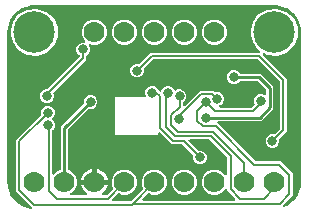
<source format=gbr>
G04 EAGLE Gerber RS-274X export*
G75*
%MOMM*%
%FSLAX34Y34*%
%LPD*%
%INBottom Copper*%
%IPPOS*%
%AMOC8*
5,1,8,0,0,1.08239X$1,22.5*%
G01*
%ADD10C,3.516000*%
%ADD11C,1.778000*%
%ADD12C,0.800100*%
%ADD13C,0.203200*%
%ADD14C,0.254000*%

G36*
X22715Y2778D02*
X22715Y2778D01*
X22788Y2783D01*
X22853Y2806D01*
X22921Y2820D01*
X22987Y2854D01*
X23056Y2879D01*
X23112Y2919D01*
X23174Y2951D01*
X23227Y3002D01*
X23287Y3045D01*
X23330Y3099D01*
X23380Y3147D01*
X23417Y3210D01*
X23463Y3268D01*
X23488Y3332D01*
X23523Y3392D01*
X23542Y3463D01*
X23569Y3532D01*
X23577Y3601D01*
X23594Y3667D01*
X23591Y3741D01*
X23599Y3814D01*
X23587Y3883D01*
X23585Y3952D01*
X23562Y4022D01*
X23549Y4094D01*
X23518Y4156D01*
X23497Y4222D01*
X23461Y4273D01*
X23423Y4349D01*
X23346Y4435D01*
X23302Y4495D01*
X22308Y5490D01*
X9905Y17892D01*
X9905Y61458D01*
X30667Y82220D01*
X30668Y82221D01*
X30670Y82222D01*
X30756Y82338D01*
X30838Y82447D01*
X30839Y82449D01*
X30840Y82450D01*
X30891Y82585D01*
X30940Y82713D01*
X30940Y82714D01*
X30940Y82716D01*
X30952Y82859D01*
X30963Y82996D01*
X30963Y82998D01*
X30963Y82999D01*
X30959Y83016D01*
X30949Y83068D01*
X30949Y85478D01*
X31829Y87602D01*
X33454Y89227D01*
X35578Y90107D01*
X37878Y90107D01*
X40002Y89227D01*
X41627Y87602D01*
X42507Y85478D01*
X42507Y83178D01*
X41627Y81054D01*
X40336Y79763D01*
X40301Y79716D01*
X40258Y79676D01*
X40216Y79603D01*
X40165Y79536D01*
X40144Y79481D01*
X40115Y79431D01*
X40094Y79349D01*
X40064Y79270D01*
X40059Y79212D01*
X40045Y79155D01*
X40047Y79071D01*
X40040Y78987D01*
X40052Y78929D01*
X40054Y78871D01*
X40080Y78791D01*
X40096Y78708D01*
X40123Y78656D01*
X40141Y78600D01*
X40181Y78544D01*
X40227Y78456D01*
X40296Y78383D01*
X40336Y78327D01*
X41729Y76934D01*
X42609Y74810D01*
X42609Y72510D01*
X41729Y70386D01*
X40938Y69595D01*
X40886Y69525D01*
X40826Y69461D01*
X40800Y69412D01*
X40767Y69368D01*
X40736Y69286D01*
X40696Y69208D01*
X40688Y69161D01*
X40666Y69102D01*
X40654Y68954D01*
X40641Y68877D01*
X40641Y32780D01*
X40645Y32751D01*
X40642Y32721D01*
X40665Y32610D01*
X40681Y32498D01*
X40693Y32471D01*
X40698Y32443D01*
X40751Y32342D01*
X40797Y32239D01*
X40816Y32216D01*
X40829Y32190D01*
X40907Y32108D01*
X40980Y32022D01*
X41005Y32005D01*
X41025Y31984D01*
X41123Y31927D01*
X41217Y31864D01*
X41245Y31855D01*
X41270Y31840D01*
X41380Y31813D01*
X41488Y31778D01*
X41518Y31778D01*
X41546Y31770D01*
X41659Y31774D01*
X41772Y31771D01*
X41801Y31778D01*
X41830Y31779D01*
X41938Y31814D01*
X42047Y31843D01*
X42073Y31858D01*
X42101Y31867D01*
X42164Y31912D01*
X42292Y31988D01*
X42335Y32034D01*
X42374Y32062D01*
X44757Y34445D01*
X47125Y35425D01*
X47126Y35426D01*
X47127Y35427D01*
X47246Y35497D01*
X47369Y35570D01*
X47370Y35571D01*
X47372Y35572D01*
X47469Y35676D01*
X47565Y35777D01*
X47565Y35778D01*
X47566Y35779D01*
X47629Y35903D01*
X47695Y36029D01*
X47695Y36031D01*
X47696Y36032D01*
X47698Y36047D01*
X47750Y36308D01*
X47747Y36339D01*
X47751Y36363D01*
X47751Y72358D01*
X66973Y91580D01*
X67026Y91650D01*
X67086Y91714D01*
X67111Y91763D01*
X67144Y91807D01*
X67175Y91889D01*
X67215Y91967D01*
X67223Y92014D01*
X67246Y92073D01*
X67258Y92221D01*
X67271Y92298D01*
X67271Y94495D01*
X68151Y96619D01*
X69776Y98244D01*
X71900Y99124D01*
X74200Y99124D01*
X76324Y98244D01*
X77949Y96619D01*
X78829Y94495D01*
X78829Y92195D01*
X77949Y90071D01*
X76324Y88446D01*
X74200Y87566D01*
X72003Y87566D01*
X71916Y87554D01*
X71829Y87551D01*
X71776Y87534D01*
X71721Y87526D01*
X71642Y87490D01*
X71558Y87463D01*
X71519Y87435D01*
X71462Y87410D01*
X71349Y87314D01*
X71285Y87268D01*
X54146Y70130D01*
X54094Y70060D01*
X54034Y69996D01*
X54008Y69946D01*
X53975Y69902D01*
X53944Y69821D01*
X53904Y69743D01*
X53896Y69695D01*
X53874Y69637D01*
X53862Y69489D01*
X53849Y69412D01*
X53849Y36363D01*
X53849Y36362D01*
X53849Y36360D01*
X53869Y36218D01*
X53889Y36082D01*
X53889Y36080D01*
X53889Y36079D01*
X53950Y35946D01*
X54005Y35822D01*
X54006Y35821D01*
X54007Y35820D01*
X54098Y35713D01*
X54188Y35605D01*
X54190Y35605D01*
X54191Y35603D01*
X54204Y35595D01*
X54425Y35448D01*
X54454Y35439D01*
X54475Y35425D01*
X56843Y34444D01*
X59844Y31443D01*
X61469Y27522D01*
X61469Y23278D01*
X59844Y19357D01*
X56843Y16356D01*
X56415Y16178D01*
X56341Y16134D01*
X56262Y16099D01*
X56219Y16062D01*
X56170Y16033D01*
X56111Y15971D01*
X56045Y15915D01*
X56014Y15868D01*
X55975Y15827D01*
X55935Y15750D01*
X55888Y15679D01*
X55871Y15625D01*
X55844Y15574D01*
X55828Y15490D01*
X55802Y15408D01*
X55800Y15351D01*
X55789Y15295D01*
X55797Y15210D01*
X55795Y15124D01*
X55809Y15069D01*
X55814Y15012D01*
X55845Y14932D01*
X55866Y14849D01*
X55895Y14800D01*
X55916Y14747D01*
X55968Y14678D01*
X56012Y14604D01*
X56053Y14565D01*
X56088Y14520D01*
X56156Y14469D01*
X56219Y14410D01*
X56270Y14384D01*
X56315Y14350D01*
X56396Y14319D01*
X56472Y14280D01*
X56521Y14272D01*
X56581Y14249D01*
X56726Y14238D01*
X56803Y14225D01*
X69010Y14225D01*
X69118Y14240D01*
X69226Y14248D01*
X69258Y14260D01*
X69291Y14265D01*
X69391Y14309D01*
X69492Y14347D01*
X69520Y14367D01*
X69551Y14381D01*
X69634Y14451D01*
X69721Y14516D01*
X69742Y14543D01*
X69768Y14564D01*
X69828Y14655D01*
X69894Y14741D01*
X69906Y14773D01*
X69925Y14801D01*
X69958Y14905D01*
X69998Y15006D01*
X70001Y15040D01*
X70011Y15072D01*
X70014Y15181D01*
X70024Y15289D01*
X70017Y15322D01*
X70018Y15356D01*
X69991Y15461D01*
X69970Y15568D01*
X69955Y15599D01*
X69946Y15631D01*
X69891Y15725D01*
X69842Y15822D01*
X69820Y15843D01*
X69801Y15876D01*
X69642Y16025D01*
X69606Y16061D01*
X68753Y16681D01*
X67481Y17953D01*
X66424Y19409D01*
X65607Y21012D01*
X65051Y22723D01*
X64948Y23369D01*
X75184Y23369D01*
X75242Y23377D01*
X75300Y23375D01*
X75382Y23397D01*
X75465Y23409D01*
X75519Y23433D01*
X75575Y23447D01*
X75648Y23490D01*
X75725Y23525D01*
X75769Y23563D01*
X75820Y23593D01*
X75877Y23654D01*
X75942Y23709D01*
X75974Y23757D01*
X76014Y23800D01*
X76053Y23875D01*
X76099Y23945D01*
X76117Y24001D01*
X76144Y24053D01*
X76155Y24121D01*
X76185Y24216D01*
X76188Y24316D01*
X76199Y24384D01*
X76199Y25401D01*
X76201Y25401D01*
X76201Y24384D01*
X76209Y24326D01*
X76208Y24268D01*
X76229Y24186D01*
X76241Y24103D01*
X76265Y24049D01*
X76279Y23993D01*
X76322Y23920D01*
X76357Y23843D01*
X76395Y23798D01*
X76425Y23748D01*
X76486Y23690D01*
X76541Y23626D01*
X76589Y23594D01*
X76632Y23554D01*
X76707Y23515D01*
X76777Y23469D01*
X76833Y23451D01*
X76885Y23424D01*
X76953Y23413D01*
X77048Y23383D01*
X77148Y23380D01*
X77216Y23369D01*
X87452Y23369D01*
X87349Y22723D01*
X86793Y21012D01*
X85976Y19409D01*
X84919Y17953D01*
X83647Y16681D01*
X82794Y16061D01*
X82715Y15985D01*
X82632Y15915D01*
X82614Y15887D01*
X82589Y15864D01*
X82535Y15769D01*
X82475Y15679D01*
X82465Y15646D01*
X82448Y15617D01*
X82422Y15512D01*
X82389Y15408D01*
X82388Y15374D01*
X82380Y15341D01*
X82385Y15232D01*
X82382Y15124D01*
X82390Y15091D01*
X82392Y15057D01*
X82426Y14954D01*
X82454Y14849D01*
X82471Y14820D01*
X82482Y14787D01*
X82543Y14697D01*
X82599Y14604D01*
X82624Y14581D01*
X82643Y14553D01*
X82727Y14484D01*
X82806Y14410D01*
X82836Y14394D01*
X82863Y14373D01*
X82962Y14330D01*
X83059Y14280D01*
X83089Y14275D01*
X83124Y14260D01*
X83341Y14233D01*
X83390Y14225D01*
X86052Y14225D01*
X86138Y14237D01*
X86226Y14240D01*
X86279Y14257D01*
X86333Y14265D01*
X86413Y14300D01*
X86496Y14327D01*
X86536Y14355D01*
X86593Y14381D01*
X86706Y14477D01*
X86770Y14522D01*
X91797Y19550D01*
X91798Y19551D01*
X91799Y19552D01*
X91884Y19665D01*
X91968Y19777D01*
X91969Y19778D01*
X91970Y19780D01*
X92017Y19905D01*
X92069Y20042D01*
X92069Y20044D01*
X92070Y20045D01*
X92082Y20189D01*
X92093Y20326D01*
X92093Y20327D01*
X92093Y20329D01*
X92089Y20344D01*
X92037Y20604D01*
X92023Y20632D01*
X92017Y20656D01*
X90931Y23278D01*
X90931Y27522D01*
X92556Y31443D01*
X95557Y34444D01*
X99478Y36069D01*
X103722Y36069D01*
X107643Y34444D01*
X110644Y31443D01*
X112269Y27522D01*
X112269Y23278D01*
X110644Y19357D01*
X107643Y16356D01*
X103722Y14731D01*
X99478Y14731D01*
X96856Y15817D01*
X96854Y15818D01*
X96853Y15818D01*
X96719Y15853D01*
X96581Y15888D01*
X96579Y15888D01*
X96578Y15889D01*
X96437Y15884D01*
X96297Y15880D01*
X96295Y15880D01*
X96293Y15880D01*
X96161Y15837D01*
X96026Y15793D01*
X96024Y15793D01*
X96023Y15792D01*
X96011Y15784D01*
X95790Y15635D01*
X95770Y15612D01*
X95750Y15597D01*
X91030Y10878D01*
X91013Y10854D01*
X90990Y10835D01*
X90927Y10741D01*
X90859Y10651D01*
X90849Y10623D01*
X90833Y10599D01*
X90798Y10491D01*
X90758Y10385D01*
X90756Y10356D01*
X90747Y10328D01*
X90744Y10214D01*
X90735Y10102D01*
X90740Y10073D01*
X90740Y10044D01*
X90768Y9934D01*
X90790Y9823D01*
X90804Y9797D01*
X90811Y9769D01*
X90869Y9671D01*
X90921Y9571D01*
X90942Y9549D01*
X90957Y9524D01*
X91039Y9447D01*
X91117Y9365D01*
X91143Y9350D01*
X91164Y9330D01*
X91265Y9278D01*
X91362Y9221D01*
X91391Y9214D01*
X91417Y9200D01*
X91494Y9187D01*
X91638Y9151D01*
X91700Y9153D01*
X91748Y9145D01*
X106372Y9145D01*
X106458Y9157D01*
X106546Y9160D01*
X106599Y9177D01*
X106653Y9185D01*
X106733Y9220D01*
X106816Y9247D01*
X106856Y9275D01*
X106913Y9301D01*
X107026Y9397D01*
X107090Y9442D01*
X107725Y10077D01*
X117197Y19550D01*
X117198Y19551D01*
X117199Y19552D01*
X117284Y19665D01*
X117368Y19777D01*
X117369Y19778D01*
X117370Y19780D01*
X117417Y19905D01*
X117469Y20042D01*
X117469Y20044D01*
X117470Y20045D01*
X117482Y20189D01*
X117493Y20326D01*
X117493Y20327D01*
X117493Y20329D01*
X117489Y20344D01*
X117437Y20604D01*
X117423Y20632D01*
X117417Y20656D01*
X116331Y23278D01*
X116331Y27522D01*
X117956Y31443D01*
X120957Y34444D01*
X124878Y36069D01*
X129122Y36069D01*
X133043Y34444D01*
X136044Y31443D01*
X137669Y27522D01*
X137669Y23278D01*
X136044Y19357D01*
X133043Y16356D01*
X129122Y14731D01*
X124878Y14731D01*
X122256Y15817D01*
X122254Y15818D01*
X122253Y15818D01*
X122119Y15853D01*
X121981Y15888D01*
X121979Y15888D01*
X121978Y15889D01*
X121837Y15884D01*
X121697Y15880D01*
X121695Y15880D01*
X121693Y15880D01*
X121561Y15837D01*
X121426Y15793D01*
X121424Y15793D01*
X121423Y15792D01*
X121411Y15784D01*
X121190Y15635D01*
X121170Y15612D01*
X121150Y15597D01*
X117065Y11513D01*
X117048Y11489D01*
X117025Y11470D01*
X116962Y11376D01*
X116894Y11286D01*
X116884Y11258D01*
X116868Y11234D01*
X116833Y11126D01*
X116793Y11020D01*
X116791Y10991D01*
X116782Y10963D01*
X116779Y10849D01*
X116770Y10737D01*
X116775Y10708D01*
X116775Y10679D01*
X116803Y10569D01*
X116825Y10458D01*
X116839Y10432D01*
X116846Y10404D01*
X116904Y10306D01*
X116956Y10206D01*
X116977Y10184D01*
X116992Y10159D01*
X117074Y10082D01*
X117152Y10000D01*
X117178Y9985D01*
X117199Y9965D01*
X117300Y9913D01*
X117397Y9856D01*
X117426Y9849D01*
X117452Y9835D01*
X117529Y9822D01*
X117673Y9786D01*
X117735Y9788D01*
X117783Y9780D01*
X194637Y9780D01*
X194666Y9784D01*
X194695Y9781D01*
X194806Y9804D01*
X194918Y9820D01*
X194945Y9832D01*
X194974Y9837D01*
X195074Y9889D01*
X195178Y9936D01*
X195200Y9955D01*
X195226Y9968D01*
X195308Y10046D01*
X195395Y10119D01*
X195411Y10144D01*
X195432Y10164D01*
X195490Y10262D01*
X195552Y10356D01*
X195561Y10384D01*
X195576Y10409D01*
X195604Y10519D01*
X195638Y10627D01*
X195639Y10657D01*
X195646Y10685D01*
X195643Y10798D01*
X195645Y10911D01*
X195638Y10940D01*
X195637Y10969D01*
X195602Y11077D01*
X195574Y11186D01*
X195559Y11212D01*
X195550Y11240D01*
X195504Y11303D01*
X195428Y11431D01*
X195383Y11474D01*
X195355Y11513D01*
X190656Y16212D01*
X188721Y18146D01*
X188721Y18784D01*
X188717Y18816D01*
X188719Y18840D01*
X188708Y18896D01*
X188705Y18967D01*
X188689Y19015D01*
X188681Y19065D01*
X188667Y19097D01*
X188663Y19119D01*
X188638Y19167D01*
X188615Y19236D01*
X188586Y19278D01*
X188565Y19324D01*
X188541Y19353D01*
X188532Y19371D01*
X188496Y19408D01*
X188454Y19471D01*
X188414Y19503D01*
X188382Y19541D01*
X188350Y19563D01*
X188336Y19577D01*
X188293Y19602D01*
X188234Y19651D01*
X188187Y19671D01*
X188145Y19699D01*
X188108Y19711D01*
X188091Y19721D01*
X188043Y19733D01*
X187973Y19763D01*
X187922Y19770D01*
X187874Y19785D01*
X187835Y19786D01*
X187815Y19791D01*
X187766Y19789D01*
X187690Y19799D01*
X187640Y19791D01*
X187590Y19792D01*
X187553Y19782D01*
X187531Y19782D01*
X187483Y19766D01*
X187410Y19755D01*
X187364Y19733D01*
X187315Y19720D01*
X187283Y19701D01*
X187261Y19694D01*
X187223Y19668D01*
X187152Y19634D01*
X187114Y19601D01*
X187070Y19575D01*
X187023Y19525D01*
X186987Y19499D01*
X183843Y16356D01*
X179922Y14731D01*
X175678Y14731D01*
X171757Y16356D01*
X168756Y19357D01*
X167131Y23278D01*
X167131Y27522D01*
X168756Y31443D01*
X171757Y34444D01*
X175678Y36069D01*
X179922Y36069D01*
X183843Y34444D01*
X186987Y31301D01*
X187008Y31285D01*
X187031Y31259D01*
X187073Y31230D01*
X187109Y31195D01*
X187171Y31162D01*
X187215Y31130D01*
X187237Y31121D01*
X187267Y31101D01*
X187316Y31086D01*
X187360Y31062D01*
X187432Y31047D01*
X187480Y31028D01*
X187502Y31027D01*
X187538Y31015D01*
X187589Y31014D01*
X187639Y31003D01*
X187714Y31009D01*
X187763Y31005D01*
X187783Y31009D01*
X187822Y31008D01*
X187871Y31021D01*
X187922Y31024D01*
X187994Y31051D01*
X188042Y31061D01*
X188060Y31070D01*
X188097Y31080D01*
X188141Y31106D01*
X188189Y31123D01*
X188251Y31169D01*
X188295Y31192D01*
X188309Y31205D01*
X188342Y31225D01*
X188376Y31262D01*
X188417Y31292D01*
X188464Y31352D01*
X188501Y31388D01*
X188511Y31405D01*
X188536Y31432D01*
X188559Y31477D01*
X188590Y31518D01*
X188617Y31587D01*
X188644Y31633D01*
X188650Y31654D01*
X188666Y31685D01*
X188673Y31729D01*
X188694Y31782D01*
X188700Y31853D01*
X188714Y31908D01*
X188713Y31965D01*
X188721Y32016D01*
X188721Y45993D01*
X188709Y46079D01*
X188706Y46167D01*
X188689Y46219D01*
X188681Y46274D01*
X188646Y46354D01*
X188619Y46437D01*
X188591Y46476D01*
X188565Y46534D01*
X188469Y46647D01*
X188424Y46711D01*
X173901Y61233D01*
X173831Y61286D01*
X173767Y61346D01*
X173718Y61371D01*
X173674Y61404D01*
X173592Y61435D01*
X173514Y61475D01*
X173467Y61483D01*
X173408Y61506D01*
X173260Y61518D01*
X173183Y61531D01*
X156880Y61531D01*
X156851Y61527D01*
X156822Y61529D01*
X156711Y61507D01*
X156599Y61491D01*
X156572Y61479D01*
X156543Y61473D01*
X156443Y61421D01*
X156339Y61375D01*
X156317Y61356D01*
X156291Y61342D01*
X156209Y61264D01*
X156122Y61191D01*
X156106Y61167D01*
X156085Y61146D01*
X156027Y61049D01*
X155965Y60954D01*
X155956Y60926D01*
X155941Y60901D01*
X155913Y60792D01*
X155879Y60683D01*
X155878Y60654D01*
X155871Y60626D01*
X155874Y60513D01*
X155872Y60399D01*
X155879Y60371D01*
X155880Y60341D01*
X155915Y60234D01*
X155943Y60124D01*
X155958Y60099D01*
X155967Y60071D01*
X156013Y60007D01*
X156089Y59880D01*
X156134Y59837D01*
X156162Y59798D01*
X163544Y52416D01*
X163546Y52414D01*
X163547Y52413D01*
X163659Y52329D01*
X163772Y52245D01*
X163773Y52244D01*
X163775Y52243D01*
X163909Y52192D01*
X164037Y52143D01*
X164039Y52143D01*
X164041Y52143D01*
X164183Y52131D01*
X164321Y52120D01*
X164322Y52120D01*
X164324Y52120D01*
X164340Y52124D01*
X164392Y52134D01*
X166802Y52134D01*
X168926Y51254D01*
X170552Y49629D01*
X171432Y47505D01*
X171432Y45205D01*
X170552Y43081D01*
X168926Y41456D01*
X166802Y40576D01*
X164503Y40576D01*
X162379Y41456D01*
X160753Y43081D01*
X159873Y45205D01*
X159873Y47594D01*
X159883Y47632D01*
X159883Y47634D01*
X159883Y47635D01*
X159879Y47773D01*
X159875Y47916D01*
X159874Y47918D01*
X159874Y47919D01*
X159833Y48048D01*
X159788Y48187D01*
X159787Y48188D01*
X159787Y48190D01*
X159778Y48203D01*
X159630Y48423D01*
X159606Y48443D01*
X159592Y48463D01*
X150822Y57233D01*
X150752Y57285D01*
X150689Y57345D01*
X150639Y57371D01*
X150595Y57404D01*
X150513Y57435D01*
X150435Y57475D01*
X150388Y57483D01*
X150329Y57505D01*
X150182Y57517D01*
X150104Y57530D01*
X141717Y57530D01*
X131909Y67339D01*
X131885Y67356D01*
X131866Y67379D01*
X131772Y67442D01*
X131682Y67510D01*
X131654Y67520D01*
X131630Y67536D01*
X131522Y67571D01*
X131416Y67611D01*
X131387Y67613D01*
X131359Y67622D01*
X131245Y67625D01*
X131133Y67634D01*
X131104Y67629D01*
X131075Y67629D01*
X130965Y67601D01*
X130854Y67579D01*
X130828Y67565D01*
X130800Y67558D01*
X130702Y67500D01*
X130602Y67448D01*
X130580Y67427D01*
X130555Y67412D01*
X130478Y67330D01*
X130396Y67252D01*
X130381Y67226D01*
X130361Y67205D01*
X130309Y67104D01*
X130252Y67007D01*
X130245Y66978D01*
X130231Y66952D01*
X130218Y66875D01*
X130182Y66731D01*
X130184Y66669D01*
X130176Y66621D01*
X130176Y65405D01*
X130175Y65404D01*
X93345Y65404D01*
X93344Y65405D01*
X93344Y97155D01*
X93345Y97156D01*
X119127Y97156D01*
X119240Y97172D01*
X119355Y97182D01*
X119381Y97192D01*
X119408Y97196D01*
X119513Y97243D01*
X119620Y97284D01*
X119642Y97300D01*
X119667Y97312D01*
X119755Y97386D01*
X119847Y97455D01*
X119863Y97478D01*
X119884Y97495D01*
X119948Y97591D01*
X120017Y97683D01*
X120027Y97709D01*
X120042Y97732D01*
X120077Y97842D01*
X120117Y97949D01*
X120119Y97977D01*
X120128Y98003D01*
X120131Y98118D01*
X120140Y98232D01*
X120134Y98257D01*
X120135Y98287D01*
X120068Y98544D01*
X120064Y98560D01*
X119421Y100113D01*
X119421Y102412D01*
X120301Y104536D01*
X121927Y106162D01*
X124051Y107042D01*
X126350Y107042D01*
X128474Y106162D01*
X130100Y104536D01*
X130762Y102938D01*
X130777Y102911D01*
X130787Y102882D01*
X130833Y102818D01*
X130906Y102693D01*
X130953Y102649D01*
X130982Y102608D01*
X131332Y102258D01*
X131424Y102189D01*
X131512Y102115D01*
X131537Y102104D01*
X131559Y102087D01*
X131666Y102046D01*
X131771Y102000D01*
X131799Y101996D01*
X131825Y101986D01*
X131939Y101977D01*
X132053Y101961D01*
X132081Y101965D01*
X132108Y101962D01*
X132221Y101985D01*
X132334Y102001D01*
X132360Y102013D01*
X132387Y102018D01*
X132489Y102071D01*
X132593Y102119D01*
X132615Y102137D01*
X132639Y102149D01*
X132722Y102228D01*
X132810Y102303D01*
X132823Y102324D01*
X132845Y102345D01*
X132980Y102574D01*
X132988Y102588D01*
X133721Y104357D01*
X135346Y105982D01*
X137470Y106862D01*
X139770Y106862D01*
X141894Y105982D01*
X143519Y104357D01*
X143836Y103591D01*
X143866Y103541D01*
X143887Y103486D01*
X143938Y103419D01*
X143981Y103347D01*
X144023Y103306D01*
X144059Y103260D01*
X144126Y103209D01*
X144188Y103151D01*
X144240Y103125D01*
X144286Y103090D01*
X144365Y103060D01*
X144440Y103021D01*
X144498Y103010D01*
X144552Y102989D01*
X144637Y102982D01*
X144719Y102966D01*
X144777Y102971D01*
X144836Y102966D01*
X144903Y102982D01*
X145002Y102991D01*
X145095Y103026D01*
X145163Y103042D01*
X147181Y103878D01*
X149480Y103878D01*
X151604Y102998D01*
X153230Y101372D01*
X154109Y99248D01*
X154109Y96949D01*
X153230Y94825D01*
X151541Y93136D01*
X151507Y93116D01*
X151506Y93115D01*
X151504Y93114D01*
X151406Y93009D01*
X151312Y92909D01*
X151311Y92908D01*
X151310Y92907D01*
X151245Y92780D01*
X151182Y92656D01*
X151181Y92655D01*
X151180Y92653D01*
X151178Y92639D01*
X151126Y92378D01*
X151129Y92347D01*
X151125Y92322D01*
X151125Y90853D01*
X151129Y90824D01*
X151127Y90795D01*
X151149Y90684D01*
X151165Y90572D01*
X151177Y90545D01*
X151183Y90516D01*
X151235Y90416D01*
X151281Y90312D01*
X151300Y90290D01*
X151314Y90264D01*
X151391Y90182D01*
X151465Y90095D01*
X151489Y90079D01*
X151509Y90058D01*
X151607Y90001D01*
X151701Y89938D01*
X151729Y89929D01*
X151755Y89914D01*
X151864Y89886D01*
X151972Y89852D01*
X152002Y89851D01*
X152030Y89844D01*
X152143Y89848D01*
X152257Y89845D01*
X152285Y89852D01*
X152314Y89853D01*
X152422Y89888D01*
X152532Y89917D01*
X152557Y89932D01*
X152585Y89941D01*
X152649Y89986D01*
X152776Y90062D01*
X152819Y90107D01*
X152858Y90135D01*
X165657Y102934D01*
X177243Y102934D01*
X178232Y101946D01*
X178233Y101945D01*
X178234Y101943D01*
X178350Y101857D01*
X178459Y101775D01*
X178461Y101774D01*
X178462Y101773D01*
X178597Y101722D01*
X178725Y101673D01*
X178726Y101673D01*
X178728Y101673D01*
X178871Y101661D01*
X179008Y101650D01*
X179010Y101650D01*
X179011Y101650D01*
X179028Y101654D01*
X179080Y101664D01*
X181490Y101664D01*
X183614Y100784D01*
X185239Y99159D01*
X186119Y97035D01*
X186119Y94735D01*
X185239Y92611D01*
X183614Y90986D01*
X182376Y90473D01*
X182302Y90429D01*
X182224Y90394D01*
X182180Y90357D01*
X182131Y90328D01*
X182072Y90266D01*
X182007Y90210D01*
X181975Y90163D01*
X181936Y90122D01*
X181897Y90045D01*
X181849Y89974D01*
X181832Y89920D01*
X181806Y89869D01*
X181789Y89785D01*
X181763Y89703D01*
X181762Y89646D01*
X181751Y89590D01*
X181758Y89505D01*
X181756Y89419D01*
X181770Y89364D01*
X181775Y89307D01*
X181806Y89227D01*
X181828Y89144D01*
X181857Y89095D01*
X181877Y89042D01*
X181929Y88973D01*
X181973Y88899D01*
X182014Y88860D01*
X182049Y88815D01*
X182118Y88763D01*
X182180Y88705D01*
X182231Y88679D01*
X182277Y88645D01*
X182357Y88614D01*
X182433Y88575D01*
X182482Y88567D01*
X182542Y88544D01*
X182687Y88533D01*
X182764Y88520D01*
X209242Y88520D01*
X209328Y88532D01*
X209416Y88535D01*
X209469Y88552D01*
X209523Y88560D01*
X209603Y88595D01*
X209686Y88622D01*
X209726Y88650D01*
X209783Y88676D01*
X209896Y88772D01*
X209960Y88817D01*
X211667Y90525D01*
X211668Y90526D01*
X211670Y90527D01*
X211758Y90645D01*
X211838Y90752D01*
X211839Y90753D01*
X211840Y90755D01*
X211890Y90888D01*
X211940Y91018D01*
X211940Y91019D01*
X211940Y91021D01*
X211951Y91160D01*
X211963Y91301D01*
X211963Y91303D01*
X211963Y91304D01*
X211960Y91318D01*
X211907Y91580D01*
X211893Y91607D01*
X211888Y91631D01*
X211391Y92830D01*
X211391Y95130D01*
X212271Y97254D01*
X213896Y98879D01*
X216020Y99759D01*
X218320Y99759D01*
X220337Y98923D01*
X220449Y98895D01*
X220558Y98860D01*
X220586Y98859D01*
X220613Y98852D01*
X220727Y98856D01*
X220842Y98853D01*
X220869Y98860D01*
X220897Y98861D01*
X221006Y98896D01*
X221117Y98925D01*
X221141Y98939D01*
X221168Y98947D01*
X221263Y99011D01*
X221362Y99070D01*
X221381Y99090D01*
X221404Y99106D01*
X221478Y99193D01*
X221556Y99277D01*
X221569Y99302D01*
X221587Y99323D01*
X221633Y99428D01*
X221686Y99530D01*
X221690Y99555D01*
X221702Y99583D01*
X221739Y99847D01*
X221741Y99861D01*
X221741Y103727D01*
X221729Y103813D01*
X221726Y103901D01*
X221709Y103953D01*
X221701Y104008D01*
X221666Y104088D01*
X221639Y104171D01*
X221611Y104210D01*
X221585Y104268D01*
X221489Y104381D01*
X221444Y104445D01*
X214935Y110954D01*
X214865Y111006D01*
X214801Y111066D01*
X214751Y111092D01*
X214707Y111125D01*
X214626Y111156D01*
X214548Y111196D01*
X214500Y111204D01*
X214442Y111226D01*
X214294Y111238D01*
X214217Y111251D01*
X199855Y111251D01*
X199768Y111239D01*
X199681Y111236D01*
X199628Y111219D01*
X199573Y111211D01*
X199494Y111176D01*
X199410Y111149D01*
X199371Y111121D01*
X199314Y111095D01*
X199201Y110999D01*
X199137Y110954D01*
X197584Y109401D01*
X195460Y108521D01*
X193160Y108521D01*
X191036Y109401D01*
X189411Y111026D01*
X188531Y113150D01*
X188531Y115450D01*
X189411Y117574D01*
X191036Y119199D01*
X193160Y120079D01*
X195460Y120079D01*
X197584Y119199D01*
X199137Y117646D01*
X199207Y117594D01*
X199271Y117534D01*
X199320Y117508D01*
X199364Y117475D01*
X199446Y117444D01*
X199524Y117404D01*
X199571Y117396D01*
X199630Y117374D01*
X199778Y117362D01*
X199855Y117349D01*
X217163Y117349D01*
X227839Y106673D01*
X227839Y87445D01*
X217355Y76961D01*
X181210Y76961D01*
X181181Y76957D01*
X181152Y76960D01*
X181041Y76937D01*
X180929Y76921D01*
X180902Y76909D01*
X180873Y76904D01*
X180773Y76852D01*
X180669Y76805D01*
X180647Y76786D01*
X180621Y76773D01*
X180539Y76695D01*
X180452Y76622D01*
X180436Y76597D01*
X180415Y76577D01*
X180358Y76479D01*
X180295Y76385D01*
X180286Y76357D01*
X180271Y76332D01*
X180243Y76222D01*
X180209Y76114D01*
X180208Y76084D01*
X180201Y76056D01*
X180205Y75943D01*
X180202Y75830D01*
X180209Y75801D01*
X180210Y75772D01*
X180245Y75664D01*
X180274Y75555D01*
X180289Y75529D01*
X180298Y75501D01*
X180343Y75438D01*
X180419Y75310D01*
X180464Y75267D01*
X180492Y75228D01*
X212433Y43288D01*
X212503Y43235D01*
X212567Y43175D01*
X212616Y43150D01*
X212660Y43117D01*
X212742Y43086D01*
X212820Y43046D01*
X212867Y43038D01*
X212926Y43015D01*
X213073Y43003D01*
X213151Y42990D01*
X234012Y42990D01*
X244095Y32908D01*
X244095Y14082D01*
X242160Y12148D01*
X236137Y6125D01*
X236123Y6111D01*
X236095Y6073D01*
X236060Y6042D01*
X236036Y6004D01*
X236025Y5991D01*
X236007Y5957D01*
X235952Y5884D01*
X235935Y5840D01*
X235911Y5800D01*
X235885Y5708D01*
X235850Y5618D01*
X235846Y5572D01*
X235834Y5526D01*
X235835Y5430D01*
X235826Y5335D01*
X235836Y5289D01*
X235836Y5242D01*
X235863Y5150D01*
X235882Y5056D01*
X235904Y5015D01*
X235917Y4970D01*
X235969Y4889D01*
X236013Y4804D01*
X236045Y4770D01*
X236070Y4730D01*
X236142Y4667D01*
X236208Y4597D01*
X236249Y4574D01*
X236284Y4543D01*
X236371Y4502D01*
X236454Y4453D01*
X236499Y4442D01*
X236541Y4422D01*
X236636Y4407D01*
X236729Y4383D01*
X236776Y4384D01*
X236822Y4377D01*
X236896Y4388D01*
X237013Y4392D01*
X237093Y4417D01*
X237154Y4426D01*
X238831Y4971D01*
X239086Y5096D01*
X239100Y5109D01*
X239114Y5115D01*
X244643Y9133D01*
X244847Y9330D01*
X244856Y9346D01*
X244867Y9357D01*
X248885Y14886D01*
X249018Y15137D01*
X249022Y15156D01*
X249029Y15169D01*
X251141Y21669D01*
X251169Y21829D01*
X251187Y21903D01*
X251456Y25320D01*
X251453Y25365D01*
X251459Y25400D01*
X251459Y152400D01*
X251453Y152444D01*
X251456Y152480D01*
X251187Y155897D01*
X251152Y156055D01*
X251141Y156131D01*
X249029Y162631D01*
X248904Y162886D01*
X248891Y162900D01*
X248885Y162914D01*
X244867Y168443D01*
X244670Y168647D01*
X244654Y168656D01*
X244643Y168667D01*
X239114Y172685D01*
X238863Y172818D01*
X238844Y172822D01*
X238831Y172829D01*
X232331Y174941D01*
X232171Y174969D01*
X232097Y174987D01*
X228680Y175256D01*
X228635Y175253D01*
X228600Y175259D01*
X25400Y175259D01*
X25356Y175253D01*
X25320Y175256D01*
X21903Y174987D01*
X21745Y174952D01*
X21669Y174941D01*
X15169Y172829D01*
X14914Y172704D01*
X14900Y172691D01*
X14886Y172685D01*
X9357Y168667D01*
X9153Y168470D01*
X9144Y168454D01*
X9133Y168443D01*
X5115Y162914D01*
X4982Y162663D01*
X4978Y162644D01*
X4971Y162631D01*
X2859Y156131D01*
X2831Y155971D01*
X2813Y155897D01*
X2544Y152480D01*
X2547Y152435D01*
X2541Y152400D01*
X2541Y25400D01*
X2547Y25356D01*
X2544Y25320D01*
X2813Y21903D01*
X2848Y21745D01*
X2859Y21669D01*
X4971Y15169D01*
X5096Y14914D01*
X5109Y14900D01*
X5115Y14886D01*
X9133Y9357D01*
X9330Y9153D01*
X9346Y9144D01*
X9357Y9133D01*
X14886Y5115D01*
X15137Y4982D01*
X15156Y4978D01*
X15169Y4971D01*
X21669Y2859D01*
X21829Y2831D01*
X21903Y2813D01*
X22505Y2765D01*
X22574Y2770D01*
X22643Y2764D01*
X22715Y2778D01*
G37*
%LPC*%
G36*
X225818Y54546D02*
X225818Y54546D01*
X223694Y55426D01*
X222069Y57051D01*
X221189Y59175D01*
X221189Y61475D01*
X222069Y63599D01*
X223694Y65224D01*
X225818Y66104D01*
X228207Y66104D01*
X228245Y66095D01*
X228247Y66095D01*
X228248Y66094D01*
X228386Y66099D01*
X228529Y66103D01*
X228531Y66103D01*
X228532Y66103D01*
X228661Y66145D01*
X228800Y66189D01*
X228801Y66190D01*
X228803Y66191D01*
X228816Y66200D01*
X229036Y66347D01*
X229056Y66371D01*
X229076Y66386D01*
X233128Y70437D01*
X233180Y70507D01*
X233240Y70571D01*
X233266Y70620D01*
X233299Y70664D01*
X233330Y70746D01*
X233370Y70824D01*
X233378Y70872D01*
X233400Y70930D01*
X233412Y71078D01*
X233425Y71155D01*
X233425Y110182D01*
X233413Y110268D01*
X233410Y110356D01*
X233393Y110409D01*
X233385Y110463D01*
X233350Y110543D01*
X233323Y110626D01*
X233295Y110666D01*
X233269Y110723D01*
X233173Y110836D01*
X233128Y110900D01*
X215040Y128988D01*
X214970Y129040D01*
X214906Y129100D01*
X214857Y129126D01*
X214813Y129159D01*
X214731Y129190D01*
X214653Y129230D01*
X214605Y129238D01*
X214547Y129260D01*
X214399Y129272D01*
X214322Y129285D01*
X126229Y129285D01*
X126143Y129273D01*
X126055Y129270D01*
X126002Y129253D01*
X125948Y129245D01*
X125868Y129210D01*
X125785Y129183D01*
X125745Y129155D01*
X125688Y129129D01*
X125575Y129033D01*
X125511Y128988D01*
X118519Y121996D01*
X118518Y121994D01*
X118517Y121993D01*
X118432Y121881D01*
X118348Y121768D01*
X118348Y121767D01*
X118346Y121765D01*
X118294Y121628D01*
X118247Y121503D01*
X118247Y121501D01*
X118246Y121499D01*
X118235Y121357D01*
X118223Y121219D01*
X118224Y121218D01*
X118224Y121216D01*
X118227Y121200D01*
X118238Y121148D01*
X118238Y118738D01*
X117358Y116614D01*
X115732Y114988D01*
X113608Y114108D01*
X111309Y114108D01*
X109185Y114988D01*
X107559Y116614D01*
X106679Y118738D01*
X106679Y121037D01*
X107559Y123161D01*
X109185Y124787D01*
X111309Y125667D01*
X113698Y125667D01*
X113735Y125657D01*
X113737Y125657D01*
X113739Y125657D01*
X113877Y125661D01*
X114019Y125665D01*
X114021Y125666D01*
X114023Y125666D01*
X114152Y125707D01*
X114290Y125752D01*
X114292Y125753D01*
X114293Y125753D01*
X114306Y125762D01*
X114526Y125910D01*
X114546Y125933D01*
X114567Y125948D01*
X121559Y132940D01*
X123493Y134875D01*
X215770Y134875D01*
X215789Y134877D01*
X215809Y134875D01*
X215929Y134897D01*
X216051Y134915D01*
X216069Y134923D01*
X216088Y134926D01*
X216199Y134981D01*
X216311Y135031D01*
X216326Y135043D01*
X216343Y135052D01*
X216434Y135135D01*
X216528Y135214D01*
X216539Y135231D01*
X216553Y135244D01*
X216617Y135349D01*
X216685Y135451D01*
X216691Y135470D01*
X216701Y135486D01*
X216734Y135605D01*
X216771Y135722D01*
X216772Y135742D01*
X216777Y135761D01*
X216775Y135883D01*
X216778Y136006D01*
X216773Y136025D01*
X216773Y136045D01*
X216737Y136163D01*
X216707Y136281D01*
X216697Y136298D01*
X216691Y136317D01*
X216624Y136421D01*
X216561Y136526D01*
X216547Y136539D01*
X216536Y136556D01*
X216479Y136603D01*
X216354Y136720D01*
X216308Y136744D01*
X216277Y136769D01*
X215125Y137435D01*
X212347Y141257D01*
X212282Y141325D01*
X212244Y141379D01*
X212183Y141440D01*
X212111Y141561D01*
X212077Y141629D01*
X210203Y144209D01*
X209341Y148264D01*
X209303Y148369D01*
X209286Y148441D01*
X209241Y148549D01*
X209241Y148627D01*
X209222Y148760D01*
X209219Y148838D01*
X208462Y152400D01*
X209219Y155962D01*
X209228Y156096D01*
X209241Y156173D01*
X209241Y156251D01*
X209286Y156359D01*
X209314Y156468D01*
X209341Y156536D01*
X210203Y160591D01*
X212077Y163171D01*
X212153Y163314D01*
X212181Y163359D01*
X212244Y163421D01*
X212300Y163495D01*
X212319Y163512D01*
X212324Y163520D01*
X212347Y163543D01*
X215125Y167365D01*
X217525Y168751D01*
X217575Y168790D01*
X217623Y168818D01*
X217676Y168838D01*
X222377Y171552D01*
X230705Y172428D01*
X238669Y169840D01*
X244892Y164237D01*
X248298Y156587D01*
X248298Y148213D01*
X244892Y140563D01*
X238669Y134960D01*
X230705Y132372D01*
X222377Y133248D01*
X220319Y134436D01*
X220310Y134439D01*
X220303Y134445D01*
X220179Y134492D01*
X220056Y134542D01*
X220046Y134543D01*
X220037Y134546D01*
X219905Y134557D01*
X219773Y134571D01*
X219763Y134569D01*
X219754Y134570D01*
X219624Y134544D01*
X219493Y134520D01*
X219484Y134516D01*
X219475Y134514D01*
X219358Y134453D01*
X219238Y134394D01*
X219231Y134387D01*
X219223Y134383D01*
X219126Y134291D01*
X219029Y134202D01*
X219024Y134194D01*
X219016Y134187D01*
X218949Y134072D01*
X218880Y133960D01*
X218878Y133950D01*
X218873Y133942D01*
X218840Y133814D01*
X218805Y133686D01*
X218805Y133676D01*
X218803Y133666D01*
X218807Y133534D01*
X218808Y133401D01*
X218811Y133392D01*
X218812Y133382D01*
X218852Y133256D01*
X218891Y133129D01*
X218896Y133121D01*
X218899Y133112D01*
X218932Y133066D01*
X219045Y132891D01*
X219073Y132868D01*
X219094Y132838D01*
X239015Y112918D01*
X239015Y68419D01*
X233029Y62433D01*
X233028Y62432D01*
X233026Y62431D01*
X232940Y62315D01*
X232858Y62206D01*
X232857Y62204D01*
X232856Y62203D01*
X232804Y62065D01*
X232756Y61940D01*
X232756Y61939D01*
X232756Y61937D01*
X232744Y61794D01*
X232733Y61657D01*
X232733Y61655D01*
X232733Y61654D01*
X232737Y61637D01*
X232747Y61585D01*
X232747Y59175D01*
X231867Y57051D01*
X230242Y55426D01*
X228118Y54546D01*
X225818Y54546D01*
G37*
%LPD*%
%LPC*%
G36*
X19177Y133248D02*
X19177Y133248D01*
X14476Y135962D01*
X14405Y135990D01*
X14367Y136014D01*
X14325Y136049D01*
X11925Y137435D01*
X9147Y141257D01*
X9082Y141325D01*
X9044Y141379D01*
X8983Y141440D01*
X8911Y141561D01*
X8877Y141629D01*
X7003Y144209D01*
X6141Y148264D01*
X6103Y148369D01*
X6086Y148441D01*
X6041Y148549D01*
X6041Y148627D01*
X6022Y148760D01*
X6019Y148838D01*
X5262Y152400D01*
X6019Y155962D01*
X6028Y156096D01*
X6041Y156173D01*
X6041Y156251D01*
X6086Y156359D01*
X6114Y156468D01*
X6141Y156536D01*
X7003Y160591D01*
X8877Y163171D01*
X8953Y163314D01*
X8981Y163359D01*
X9044Y163421D01*
X9100Y163495D01*
X9119Y163512D01*
X9124Y163520D01*
X9147Y163543D01*
X11925Y167365D01*
X14325Y168751D01*
X14375Y168790D01*
X14423Y168818D01*
X14476Y168838D01*
X19177Y171552D01*
X27505Y172428D01*
X35469Y169840D01*
X41692Y164237D01*
X45098Y156587D01*
X45098Y148213D01*
X41692Y140563D01*
X35469Y134960D01*
X27505Y132372D01*
X19177Y133248D01*
G37*
%LPD*%
%LPC*%
G36*
X35045Y92646D02*
X35045Y92646D01*
X32921Y93526D01*
X31296Y95151D01*
X30416Y97275D01*
X30416Y99575D01*
X31296Y101699D01*
X32921Y103324D01*
X35045Y104204D01*
X36331Y104204D01*
X36418Y104216D01*
X36505Y104219D01*
X36558Y104236D01*
X36613Y104244D01*
X36693Y104280D01*
X36776Y104307D01*
X36815Y104335D01*
X36872Y104360D01*
X36986Y104456D01*
X37049Y104502D01*
X63583Y131035D01*
X63635Y131105D01*
X63695Y131169D01*
X63721Y131218D01*
X63754Y131262D01*
X63785Y131344D01*
X63825Y131422D01*
X63833Y131470D01*
X63855Y131528D01*
X63867Y131676D01*
X63880Y131753D01*
X63880Y132019D01*
X63880Y132020D01*
X63880Y132022D01*
X63860Y132163D01*
X63840Y132300D01*
X63840Y132302D01*
X63840Y132303D01*
X63781Y132433D01*
X63724Y132560D01*
X63723Y132561D01*
X63722Y132562D01*
X63632Y132669D01*
X63541Y132777D01*
X63539Y132778D01*
X63538Y132779D01*
X63526Y132787D01*
X63480Y132817D01*
X61776Y134521D01*
X60896Y136645D01*
X60896Y138945D01*
X61776Y141069D01*
X63401Y142694D01*
X65525Y143574D01*
X67487Y143574D01*
X67516Y143578D01*
X67545Y143576D01*
X67656Y143598D01*
X67768Y143614D01*
X67795Y143626D01*
X67824Y143632D01*
X67925Y143684D01*
X68028Y143730D01*
X68050Y143749D01*
X68076Y143763D01*
X68158Y143841D01*
X68245Y143914D01*
X68261Y143938D01*
X68282Y143959D01*
X68339Y144056D01*
X68402Y144151D01*
X68411Y144179D01*
X68426Y144204D01*
X68454Y144313D01*
X68488Y144422D01*
X68489Y144451D01*
X68496Y144479D01*
X68493Y144592D01*
X68495Y144706D01*
X68488Y144734D01*
X68487Y144764D01*
X68452Y144872D01*
X68424Y144981D01*
X68409Y145006D01*
X68400Y145034D01*
X68354Y145098D01*
X68278Y145225D01*
X68233Y145268D01*
X68205Y145307D01*
X67155Y146357D01*
X65531Y150278D01*
X65531Y154522D01*
X67156Y158443D01*
X70157Y161444D01*
X74078Y163069D01*
X78322Y163069D01*
X82243Y161444D01*
X85244Y158443D01*
X86869Y154522D01*
X86869Y150278D01*
X85244Y146357D01*
X82243Y143356D01*
X78322Y141731D01*
X74078Y141731D01*
X72989Y142182D01*
X72961Y142190D01*
X72935Y142203D01*
X72824Y142225D01*
X72714Y142253D01*
X72684Y142252D01*
X72656Y142258D01*
X72543Y142248D01*
X72430Y142245D01*
X72402Y142236D01*
X72372Y142234D01*
X72267Y142193D01*
X72159Y142158D01*
X72134Y142142D01*
X72107Y142132D01*
X72017Y142063D01*
X71923Y142000D01*
X71904Y141978D01*
X71880Y141960D01*
X71812Y141869D01*
X71740Y141783D01*
X71728Y141756D01*
X71710Y141732D01*
X71670Y141626D01*
X71624Y141523D01*
X71620Y141494D01*
X71610Y141466D01*
X71601Y141353D01*
X71585Y141241D01*
X71589Y141212D01*
X71587Y141183D01*
X71605Y141106D01*
X71626Y140960D01*
X71652Y140903D01*
X71663Y140856D01*
X72454Y138945D01*
X72454Y136645D01*
X71574Y134521D01*
X69885Y132832D01*
X69852Y132812D01*
X69851Y132811D01*
X69849Y132810D01*
X69751Y132706D01*
X69656Y132606D01*
X69656Y132604D01*
X69655Y132603D01*
X69590Y132477D01*
X69526Y132353D01*
X69526Y132351D01*
X69525Y132350D01*
X69523Y132335D01*
X69471Y132074D01*
X69474Y132044D01*
X69470Y132019D01*
X69470Y129017D01*
X41884Y101431D01*
X41883Y101430D01*
X41881Y101429D01*
X41793Y101311D01*
X41713Y101204D01*
X41712Y101203D01*
X41711Y101201D01*
X41661Y101068D01*
X41611Y100938D01*
X41611Y100937D01*
X41611Y100935D01*
X41599Y100791D01*
X41588Y100655D01*
X41588Y100654D01*
X41588Y100652D01*
X41592Y100636D01*
X41644Y100376D01*
X41658Y100349D01*
X41663Y100325D01*
X41974Y99575D01*
X41974Y97275D01*
X41094Y95151D01*
X39469Y93526D01*
X37345Y92646D01*
X35045Y92646D01*
G37*
%LPD*%
%LPC*%
G36*
X124878Y141731D02*
X124878Y141731D01*
X120957Y143356D01*
X117956Y146357D01*
X116331Y150278D01*
X116331Y154522D01*
X117956Y158443D01*
X120957Y161444D01*
X124878Y163069D01*
X129122Y163069D01*
X133043Y161444D01*
X136044Y158443D01*
X137669Y154522D01*
X137669Y150278D01*
X136044Y146357D01*
X133043Y143356D01*
X129122Y141731D01*
X124878Y141731D01*
G37*
%LPD*%
%LPC*%
G36*
X175678Y141731D02*
X175678Y141731D01*
X171757Y143356D01*
X168756Y146357D01*
X167131Y150278D01*
X167131Y154522D01*
X168756Y158443D01*
X171757Y161444D01*
X175678Y163069D01*
X179922Y163069D01*
X183843Y161444D01*
X186844Y158443D01*
X188469Y154522D01*
X188469Y150278D01*
X186844Y146357D01*
X183843Y143356D01*
X179922Y141731D01*
X175678Y141731D01*
G37*
%LPD*%
%LPC*%
G36*
X150278Y141731D02*
X150278Y141731D01*
X146357Y143356D01*
X143356Y146357D01*
X141731Y150278D01*
X141731Y154522D01*
X143356Y158443D01*
X146357Y161444D01*
X150278Y163069D01*
X154522Y163069D01*
X158443Y161444D01*
X161444Y158443D01*
X163069Y154522D01*
X163069Y150278D01*
X161444Y146357D01*
X158443Y143356D01*
X154522Y141731D01*
X150278Y141731D01*
G37*
%LPD*%
%LPC*%
G36*
X99478Y141731D02*
X99478Y141731D01*
X95557Y143356D01*
X92556Y146357D01*
X90931Y150278D01*
X90931Y154522D01*
X92556Y158443D01*
X95557Y161444D01*
X99478Y163069D01*
X103722Y163069D01*
X107643Y161444D01*
X110644Y158443D01*
X112269Y154522D01*
X112269Y150278D01*
X110644Y146357D01*
X107643Y143356D01*
X103722Y141731D01*
X99478Y141731D01*
G37*
%LPD*%
%LPC*%
G36*
X150278Y14731D02*
X150278Y14731D01*
X146357Y16356D01*
X143356Y19357D01*
X141731Y23278D01*
X141731Y27522D01*
X143356Y31443D01*
X146357Y34444D01*
X150278Y36069D01*
X154522Y36069D01*
X158443Y34444D01*
X161444Y31443D01*
X163069Y27522D01*
X163069Y23278D01*
X161444Y19357D01*
X158443Y16356D01*
X154522Y14731D01*
X150278Y14731D01*
G37*
%LPD*%
%LPC*%
G36*
X78231Y27431D02*
X78231Y27431D01*
X78231Y36652D01*
X78877Y36549D01*
X80588Y35993D01*
X82191Y35176D01*
X83647Y34119D01*
X84919Y32847D01*
X85976Y31391D01*
X86793Y29788D01*
X87349Y28077D01*
X87452Y27431D01*
X78231Y27431D01*
G37*
%LPD*%
%LPC*%
G36*
X64948Y27431D02*
X64948Y27431D01*
X65051Y28077D01*
X65607Y29788D01*
X66424Y31391D01*
X67481Y32847D01*
X68753Y34119D01*
X70209Y35176D01*
X71812Y35993D01*
X73523Y36549D01*
X74169Y36652D01*
X74169Y27431D01*
X64948Y27431D01*
G37*
%LPD*%
D10*
X25400Y152400D03*
X228600Y152400D03*
D11*
X228600Y25400D03*
X203200Y25400D03*
X177800Y25400D03*
X152400Y25400D03*
X127000Y25400D03*
X101600Y25400D03*
X76200Y25400D03*
X50800Y25400D03*
X25400Y25400D03*
X76200Y152400D03*
X101600Y152400D03*
X127000Y152400D03*
X152400Y152400D03*
X177800Y152400D03*
D12*
X35560Y114300D03*
X220980Y72390D03*
X85090Y81280D03*
X115570Y43180D03*
X11430Y76200D03*
X244475Y100965D03*
X208280Y168910D03*
X44450Y136525D03*
X151765Y47625D03*
X170625Y93345D03*
X36728Y84328D03*
D13*
X12700Y60300D01*
X12700Y19050D01*
X25400Y6350D01*
X107950Y6350D02*
X108585Y6985D01*
X127000Y25400D01*
X107950Y6350D02*
X25400Y6350D01*
D12*
X217170Y93980D03*
D13*
X178245Y85725D02*
X170625Y93345D01*
X217170Y93980D02*
X217170Y92075D01*
X210820Y85725D01*
X178245Y85725D01*
X233045Y6985D02*
X108585Y6985D01*
X233045Y6985D02*
X241300Y15240D01*
X170625Y93345D02*
X163195Y85915D01*
X163195Y77470D01*
X168085Y72581D01*
X179188Y72581D01*
X211573Y40196D01*
X232855Y40196D02*
X241300Y31750D01*
X241300Y15240D01*
X232855Y40196D02*
X211573Y40196D01*
D12*
X36830Y73660D03*
D13*
X37846Y72644D01*
X37846Y18034D01*
X44450Y11430D01*
X87630Y11430D02*
X101600Y25400D01*
X87630Y11430D02*
X44450Y11430D01*
D12*
X180340Y95885D03*
X147955Y78740D03*
D13*
X147955Y81280D01*
X166815Y100140D02*
X176086Y100140D01*
X180340Y95885D01*
X166815Y100140D02*
X147955Y81280D01*
D14*
X50800Y71095D02*
X50800Y25400D01*
X50800Y71095D02*
X73050Y93345D01*
D12*
X73050Y93345D03*
X170815Y80010D03*
X194310Y114300D03*
D14*
X215900Y114300D01*
X224790Y105410D02*
X224790Y88708D01*
X216092Y80010D01*
X170815Y80010D01*
X215900Y114300D02*
X224790Y105410D01*
D13*
X36195Y99695D02*
X36195Y98425D01*
D12*
X36195Y98425D03*
X66675Y137795D03*
D13*
X66675Y130175D01*
X36195Y99695D01*
D12*
X125200Y101263D03*
D13*
X128375Y101263D02*
X131550Y98088D01*
X128375Y101263D02*
X125200Y101263D01*
X131550Y98088D02*
X131550Y71650D01*
X151683Y60325D02*
X165653Y46355D01*
X151683Y60325D02*
X142875Y60325D01*
X131550Y71650D01*
D12*
X165653Y46355D03*
X112459Y119888D03*
D13*
X124651Y132080D01*
X215900Y132080D02*
X236220Y111760D01*
D12*
X226968Y60325D03*
D13*
X236220Y69577D02*
X236220Y111760D01*
X236220Y69577D02*
X226968Y60325D01*
X215900Y132080D02*
X124651Y132080D01*
D12*
X138620Y101083D03*
D13*
X136715Y72443D02*
X144832Y64326D01*
X191516Y19304D02*
X199390Y11430D01*
X191516Y19304D02*
X191516Y47571D01*
X199390Y11430D02*
X219710Y11430D01*
X228600Y20320D01*
X228600Y25400D01*
X138620Y101083D02*
X136715Y99178D01*
X136715Y72443D01*
X144832Y64326D02*
X174761Y64326D01*
X191516Y47571D01*
D12*
X148330Y98099D03*
D13*
X141161Y82189D02*
X141161Y74021D01*
X147046Y68136D01*
X176340Y68136D01*
X148330Y89359D02*
X141161Y82189D01*
X176340Y68136D02*
X203200Y41275D01*
X203200Y25400D01*
X148330Y89359D02*
X148330Y98099D01*
M02*

</source>
